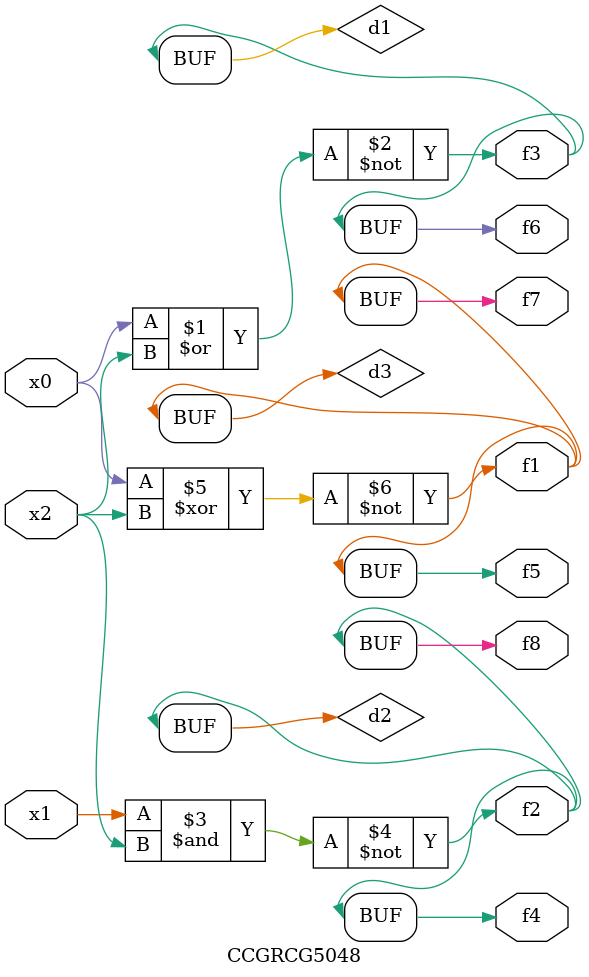
<source format=v>
module CCGRCG5048(
	input x0, x1, x2,
	output f1, f2, f3, f4, f5, f6, f7, f8
);

	wire d1, d2, d3;

	nor (d1, x0, x2);
	nand (d2, x1, x2);
	xnor (d3, x0, x2);
	assign f1 = d3;
	assign f2 = d2;
	assign f3 = d1;
	assign f4 = d2;
	assign f5 = d3;
	assign f6 = d1;
	assign f7 = d3;
	assign f8 = d2;
endmodule

</source>
